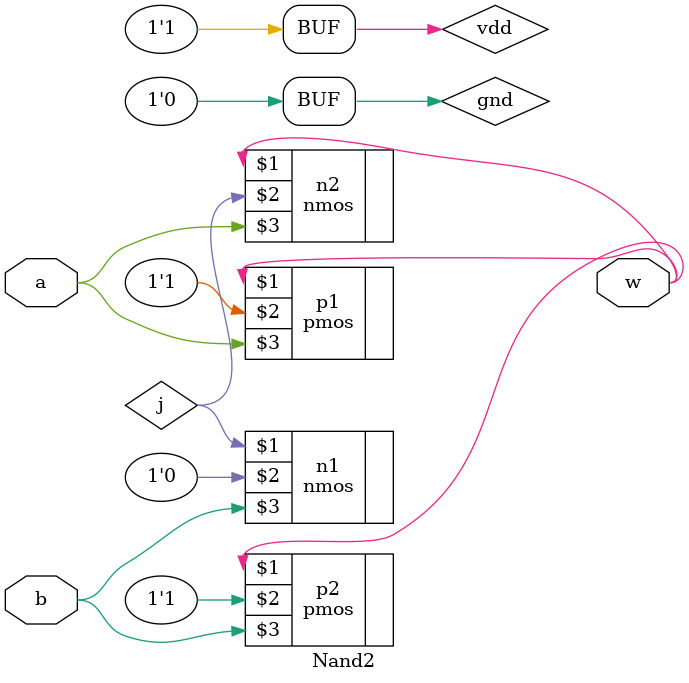
<source format=v>
`timescale 1ns/1ns
module Nand2(input a,b , output w);
    wire j;
    supply1 vdd; supply0 gnd;
    pmos #(5,6,7) p1(w,vdd,a);
    pmos #(5,6,7) p2(w,vdd,b);
    
    nmos #(3,4,5) n1(j,gnd,b);
    nmos #(3,4,5) n2(w,j,a);
endmodule


</source>
